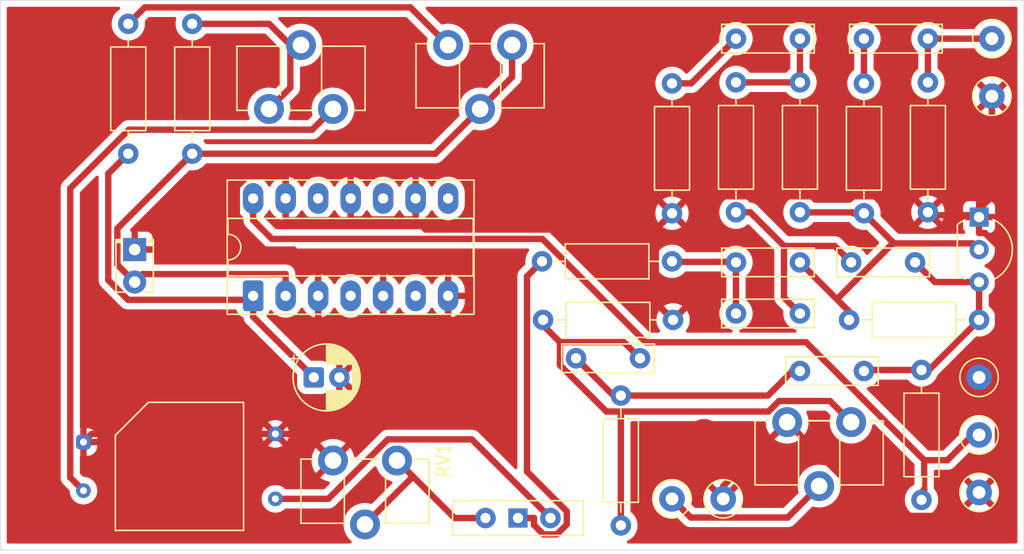
<source format=kicad_pcb>
(kicad_pcb (version 20241229) (generator "pcbnew") (generator_version "9.0")
  (layers (0 "F.Cu" signal) (2 "B.Cu" jumper) (13 "F.Paste" user) (15 "B.Paste" user) (5 "F.SilkS" user "F.Silkscreen") (7 "B.SilkS" user "B.Silkscreen") (1 "F.Mask" user) (3 "B.Mask" user) (25 "Edge.Cuts" user))
  (net 0 "")
  (net 1 "Input guitar")
  (net 2 "Net-(C1-Pad2)")
  (net 3 "Net-(Q1-C)")
  (net 4 "Net-(C2-Pad2)")
  (net 5 "Net-(C3-Pad2)")
  (net 6 "Net-(C3-Pad1)")
  (net 7 "Net-(C4-Pad2)")
  (net 8 "Net-(Q1-B)")
  (net 9 "Net-(C5-Pad2)")
  (net 10 "Net-(C6-Pad1)")
  (net 11 "GND")
  (net 12 "Net-(C7-Pad2)")
  (net 13 "Net-(D1-A)")
  (net 14 "VCC")
  (net 15 "Net-(SW1-B)")
  (net 16 "Net-(R10-Pad1)")
  (net 17 "Net-(R11-Pad1)")
  (net 18 "Net-(SW1-A)")
  (net 19 "Net-(U2-+)")
  (net 20 "Output")
  (net 21 "Net-(SW1-C)")
  (footprint "Potentiometer_THT:Potentiometer_ACP_CA9-H5_Horizontal" (layer "F.Cu") (at 215.5 75 -90)
    (property "Reference" "RV3" (hide yes))
    (property "Value" "25K")
    (pad "1" thru_hole circle (at 0 0 270) (size 2.34 2.34) (drill 1.3) (layers "*.Cu" "*.Mask") (net 13 "Net-(D1-A)"))
    (pad "2" thru_hole circle (at 5 2.5 270) (size 2.34 2.34) (drill 1.3) (layers "*.Cu" "*.Mask") (net 13 "Net-(D1-A)"))
    (pad "3" thru_hole circle (at 0 5 270) (size 2.34 2.34) (drill 1.3) (layers "*.Cu" "*.Mask") (net 17 "Net-(R11-Pad1)"))
  )
  (footprint "Resistor_THT:R_Axial_DIN0207_L6.3mm_D2.5mm_P10.16mm_Horizontal" (layer "F.Cu") (at 248 77.92 -90)
    (property "Reference" "R2" (hide yes))
    (property "Value" "1M")
    (pad "1" thru_hole circle (at 0 0 270) (size 1.6 1.6) (drill 0.8) (layers "*.Cu" "*.Mask") (net 1 "Input guitar"))
    (pad "2" thru_hole circle (at 10.16 0 270) (size 1.6 1.6) (drill 0.8) (layers "*.Cu" "*.Mask") (net 11 "GND"))
  )
  (footprint "Resistor_THT:R_Axial_DIN0207_L6.3mm_D2.5mm_P10.16mm_Horizontal" (layer "F.Cu") (at 228 78 -90)
    (property "Reference" "R8" (hide yes))
    (property "Value" "33K")
    (pad "1" thru_hole circle (at 0 0 270) (size 1.6 1.6) (drill 0.8) (layers "*.Cu" "*.Mask") (net 6 "Net-(C3-Pad1)"))
    (pad "2" thru_hole circle (at 10.16 0 270) (size 1.6 1.6) (drill 0.8) (layers "*.Cu" "*.Mask") (net 11 "GND"))
  )
  (footprint "Package_TO_SOT_THT:TO-92L_Inline_Wide" (layer "F.Cu") (at 252 88.46 -90)
    (property "Reference" "Q1" (hide yes))
    (property "Value" "2N2222")
    (pad "1" thru_hole rect (at 0 0 270) (size 1.5 1.5) (drill 0.8) (layers "*.Cu" "*.Mask") (net 11 "GND"))
    (pad "2" thru_hole circle (at 2.54 0 270) (size 1.5 1.5) (drill 0.8) (layers "*.Cu" "*.Mask") (net 8 "Net-(Q1-B)"))
    (pad "3" thru_hole circle (at 5.08 0 270) (size 1.5 1.5) (drill 0.8) (layers "*.Cu" "*.Mask") (net 3 "Net-(Q1-C)"))
  )
  (footprint "TestPoint:TestPoint_Loop_D2.50mm_Drill1.0mm_LowProfile" (layer "F.Cu") (at 253 79)
    (property "Reference" "H5" (hide yes))
    (property "Value" "GND")
    (pad "1" thru_hole circle (at 0 0) (size 2 2) (drill 1) (layers "*.Cu" "*.Mask") (net 11 "GND"))
  )
  (footprint "TestPoint:TestPoint_Loop_D2.50mm_Drill1.0mm_LowProfile" (layer "F.Cu") (at 252 101)
    (property "Reference" "H7" (hide yes))
    (property "Value" "GND")
    (pad "1" thru_hole circle (at 0 0) (size 2 2) (drill 1) (layers "*.Cu" "*.Mask") (net 11 "GND"))
  )
  (footprint "TestPoint:TestPoint_Loop_D2.50mm_Drill1.0mm_LowProfile" (layer "F.Cu") (at 253 74.5)
    (property "Reference" "H1" (hide yes))
    (property "Value" "Input")
    (pad "1" thru_hole circle (at 0 0) (size 2 2) (drill 1) (layers "*.Cu" "*.Mask") (net 1 "Input guitar"))
  )
  (footprint "Capacitor_THT:C_Rect_L7.0mm_W2.0mm_P5.00mm" (layer "F.Cu") (at 233 74.5)
    (property "Reference" "C3" (hide yes))
    (property "Value" "15n")
    (pad "1" thru_hole circle (at 0 0) (size 1.6 1.6) (drill 0.8) (layers "*.Cu" "*.Mask") (net 6 "Net-(C3-Pad1)"))
    (pad "2" thru_hole circle (at 5 0) (size 1.6 1.6) (drill 0.8) (layers "*.Cu" "*.Mask") (net 5 "Net-(C3-Pad2)"))
  )
  (footprint "Resistor_THT:R_Axial_DIN0207_L6.3mm_D2.5mm_P10.16mm_Horizontal" (layer "F.Cu") (at 238 77.92 -90)
    (property "Reference" "R6" (hide yes))
    (property "Value" "180K")
    (pad "1" thru_hole circle (at 0 0 270) (size 1.6 1.6) (drill 0.8) (layers "*.Cu" "*.Mask") (net 5 "Net-(C3-Pad2)"))
    (pad "2" thru_hole circle (at 10.16 0 270) (size 1.6 1.6) (drill 0.8) (layers "*.Cu" "*.Mask") (net 8 "Net-(Q1-B)"))
  )
  (footprint "OptoDevice:PerkinElmer_VTL5C" (layer "F.Cu") (at 182 106.06)
    (property "Reference" "U2" (hide yes))
    (property "Value" "VTL5C9")
    (pad "1" thru_hole roundrect (at 0 0) (size 1.15 1.15) (drill 0.55) (layers "*.Cu" "*.Mask") (net 11 "GND"))
    (pad "2" thru_hole circle (at 0 3.8) (size 1.15 1.15) (drill 0.55) (layers "*.Cu" "*.Mask") (net 19 "Net-(U2-+)"))
    (pad "3" thru_hole circle (at 15 -0.64) (size 1.15 1.15) (drill 0.55) (layers "*.Cu" "*.Mask") (net 11 "GND"))
    (pad "4" thru_hole circle (at 15 4.44) (size 1.15 1.15) (drill 0.55) (layers "*.Cu" "*.Mask") (net 21 "Net-(SW1-C)"))
  )
  (footprint "Button_Switch_THT:SW_Slide-03_Wuerth-WS-SLTV_10x2.5x6.4_P2.54mm" (layer "F.Cu") (at 215.96 112 180)
    (property "Reference" "SW1" (hide yes))
    (property "Value" "SW_Wuerth_450301014042" (hide yes))
    (pad "1" thru_hole rect (at 0 0 180) (size 1.5 1.5) (drill 0.8) (layers "*.Cu" "*.Mask") (net 15 "Net-(SW1-B)"))
    (pad "2" thru_hole circle (at -2.54 0 180) (size 1.6 1.6) (drill 0.8) (layers "*.Cu" "*.Mask") (net 21 "Net-(SW1-C)"))
    (pad "3" thru_hole circle (at 2.54 0 180) (size 1.6 1.6) (drill 0.8) (layers "*.Cu" "*.Mask") (net 18 "Net-(SW1-A)"))
  )
  (footprint "TestPoint:TestPoint_Loop_D2.50mm_Drill1.0mm_LowProfile" (layer "F.Cu") (at 252 110)
    (property "Reference" "H6" (hide yes))
    (property "Value" "GND")
    (pad "1" thru_hole circle (at 0 0) (size 2 2) (drill 1) (layers "*.Cu" "*.Mask") (net 11 "GND"))
  )
  (footprint "Capacitor_THT:C_Rect_L7.0mm_W2.0mm_P5.00mm" (layer "F.Cu") (at 233 96)
    (property "Reference" "C5" (hide yes))
    (property "Value" "2.2n")
    (pad "1" thru_hole circle (at 0 0) (size 1.6 1.6) (drill 0.8) (layers "*.Cu" "*.Mask") (net 7 "Net-(C4-Pad2)"))
    (pad "2" thru_hole circle (at 5 0) (size 1.6 1.6) (drill 0.8) (layers "*.Cu" "*.Mask") (net 9 "Net-(C5-Pad2)"))
  )
  (footprint "Potentiometer_THT:Potentiometer_ACP_CA9-H5_Horizontal" (layer "F.Cu") (at 242 104.5 -90)
    (property "Reference" "RV4" (hide yes))
    (property "Value" "100K")
    (pad "1" thru_hole circle (at 0 0 270) (size 2.34 2.34) (drill 1.3) (layers "*.Cu" "*.Mask") (net 12 "Net-(C7-Pad2)"))
    (pad "2" thru_hole circle (at 5 2.5 270) (size 2.34 2.34) (drill 1.3) (layers "*.Cu" "*.Mask") (net 20 "Output"))
    (pad "3" thru_hole circle (at 0 5 270) (size 2.34 2.34) (drill 1.3) (layers "*.Cu" "*.Mask") (net 11 "GND"))
  )
  (footprint "Potentiometer_THT:Potentiometer_ACP_CA9-H5_Horizontal" (layer "F.Cu") (at 196.5 80 90)
    (property "Reference" "RV2" (hide yes))
    (property "Value" "10K")
    (pad "1" thru_hole circle (at 0 0 90) (size 2.34 2.34) (drill 1.3) (layers "*.Cu" "*.Mask") (net 16 "Net-(R10-Pad1)"))
    (pad "2" thru_hole circle (at 5 2.5 90) (size 2.34 2.34) (drill 1.3) (layers "*.Cu" "*.Mask") (net 16 "Net-(R10-Pad1)"))
    (pad "3" thru_hole circle (at 0 5 90) (size 2.34 2.34) (drill 1.3) (layers "*.Cu" "*.Mask") (net 19 "Net-(U2-+)"))
  )
  (footprint "Capacitor_THT:C_Rect_L7.0mm_W2.0mm_P5.00mm" (layer "F.Cu") (at 243 100.5 180)
    (property "Reference" "C2" (hide yes))
    (property "Value" "100n")
    (pad "1" thru_hole circle (at 0 0 180) (size 1.6 1.6) (drill 0.8) (layers "*.Cu" "*.Mask") (net 3 "Net-(Q1-C)"))
    (pad "2" thru_hole circle (at 5 0 180) (size 1.6 1.6) (drill 0.8) (layers "*.Cu" "*.Mask") (net 4 "Net-(C2-Pad2)"))
  )
  (footprint "Resistor_THT:R_Axial_DIN0207_L6.3mm_D2.5mm_P10.16mm_Horizontal" (layer "F.Cu") (at 185.5 73.34 -90)
    (property "Reference" "R11" (hide yes))
    (property "Value" "1K")
    (pad "1" thru_hole circle (at 0 0 270) (size 1.6 1.6) (drill 0.8) (layers "*.Cu" "*.Mask") (net 17 "Net-(R11-Pad1)"))
    (pad "2" thru_hole circle (at 10.16 0 270) (size 1.6 1.6) (drill 0.8) (layers "*.Cu" "*.Mask") (net 10 "Net-(C6-Pad1)"))
  )
  (footprint "TestPoint:TestPoint_Loop_D2.50mm_Drill1.0mm_LowProfile" (layer "F.Cu") (at 228 110.5)
    (property "Reference" "H2" (hide yes))
    (property "Value" "Output")
    (pad "1" thru_hole circle (at 0 0) (size 2 2) (drill 1) (layers "*.Cu" "*.Mask") (net 20 "Output"))
  )
  (footprint "Resistor_THT:R_Axial_DIN0207_L6.3mm_D2.5mm_P10.16mm_Horizontal" (layer "F.Cu") (at 247.5 110.58 90)
    (property "Reference" "R4" (hide yes))
    (property "Value" "10K")
    (pad "1" thru_hole circle (at 0 0 90) (size 1.6 1.6) (drill 0.8) (layers "*.Cu" "*.Mask") (net 14 "VCC"))
    (pad "2" thru_hole circle (at 10.16 0 90) (size 1.6 1.6) (drill 0.8) (layers "*.Cu" "*.Mask") (net 3 "Net-(Q1-C)"))
  )
  (footprint "Resistor_THT:R_Axial_DIN0207_L6.3mm_D2.5mm_P10.16mm_Horizontal" (layer "F.Cu") (at 190.5 73.34 -90)
    (property "Reference" "R10" (hide yes))
    (property "Value" "2.2K")
    (pad "1" thru_hole circle (at 0 0 270) (size 1.6 1.6) (drill 0.8) (layers "*.Cu" "*.Mask") (net 16 "Net-(R10-Pad1)"))
    (pad "2" thru_hole circle (at 10.16 0 270) (size 1.6 1.6) (drill 0.8) (layers "*.Cu" "*.Mask") (net 13 "Net-(D1-A)"))
  )
  (footprint "Capacitor_THT:C_Rect_L7.0mm_W2.0mm_P5.00mm" (layer "F.Cu") (at 242 92)
    (property "Reference" "C8" (hide yes))
    (property "Value" "100n")
    (pad "1" thru_hole circle (at 0 0) (size 1.6 1.6) (drill 0.8) (layers "*.Cu" "*.Mask") (net 9 "Net-(C5-Pad2)"))
    (pad "2" thru_hole circle (at 5 0) (size 1.6 1.6) (drill 0.8) (layers "*.Cu" "*.Mask") (net 3 "Net-(Q1-C)"))
  )
  (footprint "Capacitor_THT:C_Rect_L7.0mm_W2.0mm_P5.00mm" (layer "F.Cu") (at 220.5 99.5)
    (property "Reference" "C7" (hide yes))
    (property "Value" "2.2n")
    (pad "1" thru_hole circle (at 0 0) (size 1.6 1.6) (drill 0.8) (layers "*.Cu" "*.Mask") (net 4 "Net-(C2-Pad2)"))
    (pad "2" thru_hole circle (at 5 0) (size 1.6 1.6) (drill 0.8) (layers "*.Cu" "*.Mask") (net 12 "Net-(C7-Pad2)"))
  )
  (footprint "Resistor_THT:R_Axial_DIN0207_L6.3mm_D2.5mm_P10.16mm_Horizontal" (layer "F.Cu") (at 233 88.08 90)
    (property "Reference" "R7" (hide yes))
    (property "Value" "180K")
    (pad "1" thru_hole circle (at 0 0 90) (size 1.6 1.6) (drill 0.8) (layers "*.Cu" "*.Mask") (net 9 "Net-(C5-Pad2)"))
    (pad "2" thru_hole circle (at 10.16 0 90) (size 1.6 1.6) (drill 0.8) (layers "*.Cu" "*.Mask") (net 5 "Net-(C3-Pad2)"))
  )
  (footprint "TestPoint:TestPoint_Loop_D2.50mm_Drill1.0mm_LowProfile" (layer "F.Cu") (at 232 110.5)
    (property "Reference" "H4" (hide yes))
    (property "Value" "GND")
    (pad "1" thru_hole circle (at 0 0) (size 2 2) (drill 1) (layers "*.Cu" "*.Mask") (net 11 "GND"))
  )
  (footprint "Resistor_THT:R_Axial_DIN0207_L6.3mm_D2.5mm_P10.16mm_Horizontal" (layer "F.Cu") (at 252 96.5 180)
    (property "Reference" "R3" (hide yes))
    (property "Value" "5.7M")
    (pad "1" thru_hole circle (at 0 0 180) (size 1.6 1.6) (drill 0.8) (layers "*.Cu" "*.Mask") (net 3 "Net-(Q1-C)"))
    (pad "2" thru_hole circle (at 10.16 0 180) (size 1.6 1.6) (drill 0.8) (layers "*.Cu" "*.Mask") (net 8 "Net-(Q1-B)"))
  )
  (footprint "LED_THT:LED_D2.0mm_W4.0mm_H2.8mm_FlatTop" (layer "F.Cu") (at 186 91 -90)
    (property "Reference" "D1" (hide yes))
    (property "Value" "LED")
    (pad "1" thru_hole rect (at 0 0 270) (size 1.8 1.8) (drill 0.9) (layers "*.Cu" "*.Mask") (net 11 "GND"))
    (pad "2" thru_hole circle (at 2.54 0 270) (size 1.8 1.8) (drill 0.9) (layers "*.Cu" "*.Mask") (net 13 "Net-(D1-A)"))
  )
  (footprint "Capacitor_THT:C_Rect_L7.0mm_W2.0mm_P5.00mm" (layer "F.Cu") (at 248 74.5 180)
    (property "Reference" "C1" (hide yes))
    (property "Value" "100n")
    (pad "1" thru_hole circle (at 0 0 180) (size 1.6 1.6) (drill 0.8) (layers "*.Cu" "*.Mask") (net 1 "Input guitar"))
    (pad "2" thru_hole circle (at 5 0 180) (size 1.6 1.6) (drill 0.8) (layers "*.Cu" "*.Mask") (net 2 "Net-(C1-Pad2)"))
  )
  (footprint "Potentiometer_THT:Potentiometer_ACP_CA9-H5_Horizontal" (layer "F.Cu") (at 206.5 107.5 -90)
    (property "Reference" "RV1" (at 0 -3.65 90) (layer "F.SilkS"))
    (property "Value" "100K")
    (pad "1" thru_hole circle (at 0 0 270) (size 2.34 2.34) (drill 1.3) (layers "*.Cu" "*.Mask") (net 18 "Net-(SW1-A)"))
    (pad "2" thru_hole circle (at 5 2.5 270) (size 2.34 2.34) (drill 1.3) (layers "*.Cu" "*.Mask") (net 18 "Net-(SW1-A)"))
    (pad "3" thru_hole circle (at 0 5 270) (size 2.34 2.34) (drill 1.3) (layers "*.Cu" "*.Mask") (net 11 "GND"))
  )
  (footprint "Resistor_THT:R_Axial_DIN0207_L6.3mm_D2.5mm_P10.16mm_Horizontal" (layer "F.Cu") (at 217.92 96.5)
    (property "Reference" "R5" (hide yes))
    (property "Value" "47K")
    (pad "1" thru_hole circle (at 0 0) (size 1.6 1.6) (drill 0.8) (layers "*.Cu" "*.Mask") (net 12 "Net-(C7-Pad2)"))
    (pad "2" thru_hole circle (at 10.16 0) (size 1.6 1.6) (drill 0.8) (layers "*.Cu" "*.Mask") (net 11 "GND"))
  )
  (footprint "Capacitor_THT:CP_Radial_D5.0mm_P2.00mm" (layer "F.Cu") (at 200 101)
    (property "Reference" "C6" (hide yes))
    (property "Value" "68u")
    (pad "1" thru_hole roundrect (at 0 0) (size 1.6 1.6) (drill 0.8) (layers "*.Cu" "*.Mask") (roundrect_rratio 0.15625) (net 10 "Net-(C6-Pad1)"))
    (pad "2" thru_hole circle (at 2 0) (size 1.6 1.6) (drill 0.8) (layers "*.Cu" "*.Mask") (net 11 "GND"))
  )
  (footprint "Capacitor_THT:C_Rect_L7.0mm_W2.0mm_P5.00mm" (layer "F.Cu") (at 238 92 180)
    (property "Reference" "C4" (hide yes))
    (property "Value" "2.2n")
    (pad "1" thru_hole circle (at 0 0 180) (size 1.6 1.6) (drill 0.8) (layers "*.Cu" "*.Mask") (net 8 "Net-(Q1-B)"))
    (pad "2" thru_hole circle (at 5 0 180) (size 1.6 1.6) (drill 0.8) (layers "*.Cu" "*.Mask") (net 7 "Net-(C4-Pad2)"))
  )
  (footprint "TestPoint:TestPoint_Loop_D2.50mm_Drill1.0mm_LowProfile" (layer "F.Cu") (at 252 105.5)
    (property "Reference" "H3" (hide yes))
    (property "Value" "VCC")
    (pad "1" thru_hole circle (at 0 0) (size 2 2) (drill 1) (layers "*.Cu" "*.Mask") (net 14 "VCC"))
  )
  (footprint "Resistor_THT:R_Axial_DIN0207_L6.3mm_D2.5mm_P10.16mm_Horizontal" (layer "F.Cu") (at 224 112.58 90)
    (property "Reference" "R12" (hide yes))
    (property "Value" "100K")
    (pad "1" thru_hole circle (at 0 0 90) (size 1.6 1.6) (drill 0.8) (layers "*.Cu" "*.Mask") (net 12 "Net-(C7-Pad2)"))
    (pad "2" thru_hole circle (at 10.16 0 90) (size 1.6 1.6) (drill 0.8) (layers "*.Cu" "*.Mask") (net 4 "Net-(C2-Pad2)"))
  )
  (footprint "Resistor_THT:R_Axial_DIN0207_L6.3mm_D2.5mm_P10.16mm_Horizontal" (layer "F.Cu") (at 228 91.92 180)
    (property "Reference" "R9" (hide yes))
    (property "Value" "33K")
    (pad "1" thru_hole circle (at 0 0 180) (size 1.6 1.6) (drill 0.8) (layers "*.Cu" "*.Mask") (net 7 "Net-(C4-Pad2)"))
    (pad "2" thru_hole circle (at 10.16 0 180) (size 1.6 1.6) (drill 0.8) (layers "*.Cu" "*.Mask") (net 15 "Net-(SW1-B)"))
  )
  (footprint "Resistor_THT:R_Axial_DIN0207_L6.3mm_D2.5mm_P10.16mm_Horizontal" (layer "F.Cu") (at 243 88.16 90)
    (property "Reference" "R1" (hide yes))
    (property "Value" "330K")
    (pad "1" thru_hole circle (at 0 0 90) (size 1.6 1.6) (drill 0.8) (layers "*.Cu" "*.Mask") (net 8 "Net-(Q1-B)"))
    (pad "2" thru_hole circle (at 10.16 0 90) (size 1.6 1.6) (drill 0.8) (layers "*.Cu" "*.Mask") (net 2 "Net-(C1-Pad2)"))
  )
  (footprint "Package_DIP:CERDIP-14_W7.62mm_SideBrazed_LongPads_Socket" (layer "F.Cu") (at 195.26 94.62 90)
    (property "Reference" "U1" (hide yes))
    (property "Value" "40106")
    (pad "1" thru_hole roundrect (at 0 0 90) (size 2.4 1.6) (drill 0.8) (layers "*.Cu" "*.Mask") (roundrect_rratio 0.15625) (net 10 "Net-(C6-Pad1)"))
    (pad "2" thru_hole oval (at 0 2.54 90) (size 2.4 1.6) (drill 0.8) (layers "*.Cu" "*.Mask") (net 13 "Net-(D1-A)"))
    (pad "3" thru_hole oval (at 0 5.08 90) (size 2.4 1.6) (drill 0.8) (layers "*.Cu" "*.Mask") (net 11 "GND"))
    (pad "4" thru_hole oval (at 0 7.62 90) (size 2.4 1.6) (drill 0.8) (layers "*.Cu" "*.Mask"))
    (pad "5" thru_hole oval (at 0 10.16 90) (size 2.4 1.6) (drill 0.8) (layers "*.Cu" "*.Mask") (net 11 "GND"))
    (pad "6" thru_hole oval (at 0 12.7 90) (size 2.4 1.6) (drill 0.8) (layers "*.Cu" "*.Mask"))
    (pad "7" thru_hole oval (at 0 15.24 90) (size 2.4 1.6) (drill 0.8) (layers "*.Cu" "*.Mask") (net 11 "GND"))
    (pad "8" thru_hole oval (at 7.62 15.24 90) (size 2.4 1.6) (drill 0.8) (layers "*.Cu" "*.Mask"))
    (pad "9" thru_hole oval (at 7.62 12.7 90) (size 2.4 1.6) (drill 0.8) (layers "*.Cu" "*.Mask") (net 11 "GND"))
    (pad "10" thru_hole oval (at 7.62 10.16 90) (size 2.4 1.6) (drill 0.8) (layers "*.Cu" "*.Mask"))
    (pad "11" thru_hole oval (at 7.62 7.62 90) (size 2.4 1.6) (drill 0.8) (layers "*.Cu" "*.Mask") (net 11 "GND"))
    (pad "12" thru_hole oval (at 7.62 5.08 90) (size 2.4 1.6) (drill 0.8) (layers "*.Cu" "*.Mask"))
    (pad "13" thru_hole oval (at 7.62 2.54 90) (size 2.4 1.6) (drill 0.8) (layers "*.Cu" "*.Mask") (net 11 "GND"))
    (pad "14" thru_hole oval (at 7.62 0 90) (size 2.4 1.6) (drill 0.8) (layers "*.Cu" "*.Mask") (net 14 "VCC"))
  )
  (gr_circle (center 230.5 105.5) (end 229.5 105.5) (stroke (width 0.5)) (fill no) (layer "F.Cu") (net 11))
  (gr_rect (start 175.5 71.5) (end 255.5 114.5) (stroke (width 0.05)) (fill no) (layer "Edge.Cuts"))
  (segment (start 247.83 77.75) (end 248 77.92) (width 0.5) (layer "F.Cu") (net 1))
  (segment (start 248 74.5) (end 248 77.5) (width 0.5) (layer "F.Cu") (net 1))
  (segment (start 247.75 77.75) (end 247.5 78) (width 0.5) (layer "F.Cu") (net 1))
  (segment (start 247.75 77.75) (end 247.83 77.75) (width 0.5) (layer "F.Cu") (net 1))
  (segment (start 248 77.5) (end 247.75 77.75) (width 0.5) (layer "F.Cu") (net 1))
  (segment (start 248 74.5) (end 253 74.5) (width 0.5) (layer "F.Cu") (net 1))
  (segment (start 243 74.5) (end 243 78) (width 0.5) (layer "F.Cu") (net 2))
  (segment (start 248.54 93.54) (end 252 93.54) (width 0.5) (layer "F.Cu") (net 3))
  (segment (start 252 96.5) (end 252 93.54) (width 0.5) (layer "F.Cu") (net 3))
  (segment (start 252.08 96.58) (end 252 96.5) (width 0.2) (layer "F.Cu") (net 3))
  (segment (start 252 96.5) (end 248.08 100.42) (width 0.5) (layer "F.Cu") (net 3))
  (segment (start 248.08 100.42) (end 247.5 100.42) (width 0.5) (layer "F.Cu") (net 3))
  (segment (start 243.08 100.42) (end 243 100.5) (width 0.5) (layer "F.Cu") (net 3))
  (segment (start 247 92) (end 248.54 93.54) (width 0.5) (layer "F.Cu") (net 3))
  (segment (start 247.5 100.42) (end 243.08 100.42) (width 0.5) (layer "F.Cu") (net 3))
  (segment (start 237.5 100.5) (end 237.46 100.46) (width 0.5) (layer "F.Cu") (net 4))
  (segment (start 235.5 102.42) (end 224 102.42) (width 0.5) (layer "F.Cu") (net 4))
  (segment (start 237.46 100.46) (end 235.5 102.42) (width 0.5) (layer "F.Cu") (net 4))
  (segment (start 237.46 100.46) (end 237.42 100.42) (width 0.5) (layer "F.Cu") (net 4))
  (segment (start 223.42 102.42) (end 220.5 99.5) (width 0.5) (layer "F.Cu") (net 4))
  (segment (start 224 102.42) (end 223.42 102.42) (width 0.5) (layer "F.Cu") (net 4))
  (segment (start 238 100.5) (end 237.5 100.5) (width 0.5) (layer "F.Cu") (net 4))
  (segment (start 233 77.92) (end 238 77.92) (width 0.5) (layer "F.Cu") (net 5))
  (segment (start 238 74.5) (end 238 77.92) (width 0.5) (layer "F.Cu") (net 5))
  (segment (start 229.5 78) (end 228 78) (width 0.5) (layer "F.Cu") (net 6))
  (segment (start 233 74.5) (end 229.5 78) (width 0.5) (layer "F.Cu") (net 6))
  (segment (start 233 92) (end 232.75 92) (width 0.5) (layer "F.Cu") (net 7))
  (segment (start 233 92.25) (end 233 96) (width 0.5) (layer "F.Cu") (net 7))
  (segment (start 228.04 91.96) (end 228 91.92) (width 0.5) (layer "F.Cu") (net 7))
  (segment (start 232.75 92) (end 233 92.25) (width 0.5) (layer "F.Cu") (net 7))
  (segment (start 232.5 92) (end 232.46 91.96) (width 0.5) (layer "F.Cu") (net 7))
  (segment (start 232.46 91.96) (end 228.04 91.96) (width 0.5) (layer "F.Cu") (net 7))
  (segment (start 232.46 91.96) (end 232.42 91.92) (width 0.5) (layer "F.Cu") (net 7))
  (segment (start 232.75 92) (end 232.5 92) (width 0.5) (layer "F.Cu") (net 7))
  (segment (start 251.5178 90.5178) (end 252 91) (width 0.5) (layer "F.Cu") (net 8))
  (segment (start 242.09 88.09) (end 242.08 88.08) (width 0.5) (layer "F.Cu") (net 8))
  (segment (start 245.2502 90.4102) (end 243 88.16) (width 0.5) (layer "F.Cu") (net 8))
  (segment (start 242.16 88.16) (end 242.09 88.09) (width 0.5) (layer "F.Cu") (net 8))
  (segment (start 245.2502 90.5178) (end 245.2502 90.4102) (width 0.5) (layer "F.Cu") (net 8))
  (segment (start 238 92) (end 240.884 94.884) (width 0.5) (layer "F.Cu") (net 8))
  (segment (start 240.884 94.884) (end 241.84 95.84) (width 0.5) (layer "F.Cu") (net 8))
  (segment (start 240.884 94.884) (end 245.2502 90.5178) (width 0.5) (layer "F.Cu") (net 8))
  (segment (start 243 88.16) (end 242.16 88.16) (width 0.5) (layer "F.Cu") (net 8))
  (segment (start 238.01 88.09) (end 238 88.08) (width 0.5) (layer "F.Cu") (net 8))
  (segment (start 241.84 95.84) (end 241.84 96.5) (width 0.5) (layer "F.Cu") (net 8))
  (segment (start 242.09 88.09) (end 238.01 88.09) (width 0.5) (layer "F.Cu") (net 8))
  (segment (start 245.2502 90.5178) (end 251.5178 90.5178) (width 0.5) (layer "F.Cu") (net 8))
  (segment (start 234.1161 88.08) (end 233 88.08) (width 0.5) (layer "F.Cu") (net 9))
  (segment (start 236.7498 94.7498) (end 236.7498 90.7137) (width 0.5) (layer "F.Cu") (net 9))
  (segment (start 240.7137 90.7137) (end 242 92) (width 0.5) (layer "F.Cu") (net 9))
  (segment (start 236.7498 90.7137) (end 234.1161 88.08) (width 0.5) (layer "F.Cu") (net 9))
  (segment (start 238 96) (end 236.7498 94.7498) (width 0.5) (layer "F.Cu") (net 9))
  (segment (start 236.7498 90.7137) (end 240.7137 90.7137) (width 0.5) (layer "F.Cu") (net 9))
  (segment (start 183.9396 93.3949) (end 183.9396 85.0604) (width 0.5) (layer "F.Cu") (net 10))
  (segment (start 183.9396 85.0604) (end 185.5 83.5) (width 0.5) (layer "F.Cu") (net 10))
  (segment (start 185.4722 94.9275) (end 183.9396 93.3949) (width 0.5) (layer "F.Cu") (net 10))
  (segment (start 195.26 94.9275) (end 195.26 96.26) (width 0.5) (layer "F.Cu") (net 10))
  (segment (start 195.26 94.62) (end 195.26 94.9275) (width 0.5) (layer "F.Cu") (net 10))
  (segment (start 195.26 94.9275) (end 185.4722 94.9275) (width 0.5) (layer "F.Cu") (net 10))
  (segment (start 195.26 96.26) (end 200 101) (width 0.5) (layer "F.Cu") (net 10))
  (segment (start 250.1616 111.8384) (end 244.3384 111.8384) (width 0.5) (layer "F.Cu") (net 11))
  (segment (start 197 105.42) (end 182.64 105.42) (width 0.5) (layer "F.Cu") (net 11))
  (segment (start 248.38 88.46) (end 248 88.08) (width 0.2) (layer "F.Cu") (net 11))
  (segment (start 253 86.86) (end 251.7 88.16) (width 0.5) (layer "F.Cu") (net 11))
  (segment (start 210.5 94.62) (end 210.5 96.32) (width 0.5) (layer "F.Cu") (net 11))
  (segment (start 253.48 101) (end 252 101) (width 0.5) (layer "F.Cu") (net 11))
  (segment (start 202.88 88.65) (end 202.83 88.7) (width 0.5) (layer "F.Cu") (net 11))
  (segment (start 252.4688 89.71) (end 253.48 90.7212) (width 0.5) (layer "F.Cu") (net 11))
  (segment (start 253.48 90.7212) (end 253.48 101) (width 0.5) (layer "F.Cu") (net 11))
  (segment (start 205.42 96.32) (end 203.66 96.32) (width 0.5) (layer "F.Cu") (net 11))
  (segment (start 232 109.5) (end 232 110.5) (width 0.5) (layer "F.Cu") (net 11))
  (segment (start 202.88 88.65) (end 202.8802 88.6502) (width 0.5) (layer "F.Cu") (net 11))
  (segment (start 199.42 105.42) (end 201.5 107.5) (width 0.5) (layer "F.Cu") (net 11))
  (segment (start 197.8 87) (end 197.8 88.7) (width 0.5) (layer "F.Cu") (net 11))
  (segment (start 193.9819 91) (end 193.9819 86.087) (width 0.5) (layer "F.Cu") (net 11))
  (segment (start 202.88 87) (end 202.88 88.5) (width 0.5) (layer "F.Cu") (net 11))
  (segment (start 248 88.08) (end 246.7498 86.8298) (width 0.5) (layer "F.Cu") (net 11))
  (segment (start 210.5 96.32) (end 205.42 96.32) (width 0.5) (layer "F.Cu") (net 11))
  (segment (start 253.48 108.52) (end 252 110) (width 0.5) (layer "F.Cu") (net 11))
  (segment (start 200.34 94.62) (end 200.34 92.92) (width 0.5) (layer "F.Cu") (net 11))
  (segment (start 226.7305 95.1505) (end 228.08 96.5) (width 0.5) (layer "F.Cu") (net 11))
  (segment (start 202.8802 88.6502) (end 207.96 88.6502) (width 0.5) (layer "F.Cu") (net 11))
  (segment (start 229.3302 86.8298) (end 228 88.16) (width 0.5) (layer "F.Cu") (net 11))
  (segment (start 252 88.46) (end 252 89.71) (width 0.5) (layer "F.Cu") (net 11))
  (segment (start 251.7 88.16) (end 251.85 88.31) (width 0.5) (layer "F.Cu") (net 11))
  (segment (start 253.48 101) (end 253.48 108.52) (width 0.5) (layer "F.Cu") (net 11))
  (segment (start 193.9819 86.087) (end 194.7689 85.3) (width 0.5) (layer "F.Cu") (net 11))
  (segment (start 202.83 88.7) (end 197.8 88.7) (width 0.5) (layer "F.Cu") (net 11))
  (segment (start 187.4 91) (end 193.9819 91) (width 0.5) (layer "F.Cu") (net 11))
  (segment (start 226.7305 89.4295) (end 208.7393 89.4295) (width 0.5) (layer "F.Cu") (net 11))
  (segment (start 251.85 88.31) (end 248.53 88.31) (width 0.5) (layer "F.Cu") (net 11))
  (segment (start 228 88.16) (end 226.7305 89.4295) (width 0.5) (layer "F.Cu") (net 11))
  (segment (start 253 79) (end 253 86.86) (width 0.5) (layer "F.Cu") (net 11))
  (segment (start 200.34 94.62) (end 200.34 96.32) (width 0.5) (layer "F.Cu") (net 11))
  (segment (start 200.34 96.32) (end 202 97.98) (width 0.5) (layer "F.Cu") (net 11))
  (segment (start 198.42 91) (end 200.34 92.92) (width 0.5) (layer "F.Cu") (net 11))
  (segment (start 186 91) (end 187.4 91) (width 0.5) (layer "F.Cu") (net 11))
  (segment (start 202.88 88.5) (end 202.88 88.65) (width 0.5) (layer "F.Cu") (net 11))
  (segment (start 193.9819 91) (end 198.42 91) (width 0.5) (layer "F.Cu") (net 11))
  (segment (start 205.42 94.62) (end 205.42 96.32) (width 0.5) (layer "F.Cu") (net 11))
  (segment (start 248.53 88.31) (end 248.38 88.46) (width 0.5) (layer "F.Cu") (net 11))
  (segment (start 252 89.71) (end 252.4688 89.71) (width 0.5) (layer "F.Cu") (net 11))
  (segment (start 202 97.98) (end 202 101) (width 0.5) (layer "F.Cu") (net 11))
  (segment (start 246.7498 86.8298) (end 229.3302 86.8298) (width 0.5) (layer "F.Cu") (net 11))
  (segment (start 226.7305 89.4295) (end 226.7305 95.1505) (width 0.5) (layer "F.Cu") (net 11))
  (segment (start 202 101) (end 202 102.84) (width 0.5) (layer "F.Cu") (net 11))
  (segment (start 202 102.84) (end 199.42 105.42) (width 0.5) (layer "F.Cu") (net 11))
  (segment (start 252 110) (end 250.1616 111.8384) (width 0.5) (layer "F.Cu") (net 11))
  (segment (start 232 109.5) (end 237 104.5) (width 0.5) (layer "F.Cu") (net 11))
  (segment (start 208.7393 89.4295) (end 207.96 88.6502) (width 0.5) (layer "F.Cu") (net 11))
  (segment (start 197 105.42) (end 199.42 105.42) (width 0.5) (layer "F.Cu") (net 11))
  (segment (start 194.7689 85.3) (end 197.8 85.3) (width 0.5) (layer "F.Cu") (net 11))
  (segment (start 244.3384 111.8384) (end 237 104.5) (width 0.5) (layer "F.Cu") (net 11))
  (segment (start 207.96 87) (end 207.96 88.6502) (width 0.5) (layer "F.Cu") (net 11))
  (segment (start 197.8 87) (end 197.8 85.3) (width 0.5) (layer "F.Cu") (net 11))
  (segment (start 203.66 96.32) (end 202 97.98) (width 0.5) (layer "F.Cu") (net 11))
  (segment (start 182.64 105.42) (end 182 106.06) (width 0.5) (layer "F.Cu") (net 11))
  (segment (start 251.85 88.31) (end 252 88.46) (width 0.5) (layer "F.Cu") (net 11))
  (segment (start 225.5 99.5) (end 224.239 98.239) (width 0.5) (layer "F.Cu") (net 12))
  (segment (start 242 104.5) (end 240.3445 102.8445) (width 0.5) (layer "F.Cu") (net 12))
  (segment (start 240.3445 102.8445) (end 236.3642 102.8445) (width 0.5) (layer "F.Cu") (net 12))
  (segment (start 235.5385 103.6702) (end 224 103.6702) (width 0.5) (layer "F.Cu") (net 12))
  (segment (start 222.8753 103.6702) (end 219.2408 100.0357) (width 0.5) (layer "F.Cu") (net 12))
  (segment (start 224 103.6702) (end 222.8753 103.6702) (width 0.5) (layer "F.Cu") (net 12))
  (segment (start 224 103.6702) (end 224 112.58) (width 0.5) (layer "F.Cu") (net 12))
  (segment (start 219.2408 100.0357) (end 219.2408 98.239) (width 0.5) (layer "F.Cu") (net 12))
  (segment (start 236.3642 102.8445) (end 235.5385 103.6702) (width 0.5) (layer "F.Cu") (net 12))
  (segment (start 224.239 98.239) (end 219.2408 98.239) (width 0.5) (layer "F.Cu") (net 12))
  (segment (start 219.2408 98.239) (end 217.92 96.9182) (width 0.5) (layer "F.Cu") (net 12))
  (segment (start 217.92 96.9182) (end 217.92 96.5) (width 0.5) (layer "F.Cu") (net 12))
  (segment (start 190.5 83.5) (end 209.5 83.5) (width 0.5) (layer "F.Cu") (net 13))
  (segment (start 184.6499 89.3501) (end 190.5 83.5) (width 0.5) (layer "F.Cu") (net 13))
  (segment (start 209.5 83.5) (end 213 80) (width 0.5) (layer "F.Cu") (net 13))
  (segment (start 197.8 92.92) (end 186.62 92.92) (width 0.5) (layer "F.Cu") (net 13))
  (segment (start 186 93.54) (end 184.6499 92.1899) (width 0.5) (layer "F.Cu") (net 13))
  (segment (start 213 80) (end 215.5 77.5) (width 0.5) (layer "F.Cu") (net 13))
  (segment (start 215.5 77.5) (end 215.5 75) (width 0.5) (layer "F.Cu") (net 13))
  (segment (start 186.62 92.92) (end 186 93.54) (width 0.5) (layer "F.Cu") (net 13))
  (segment (start 184.6499 92.1899) (end 184.6499 89.3501) (width 0.5) (layer "F.Cu") (net 13))
  (segment (start 197.8 94.62) (end 197.8 92.92) (width 0.5) (layer "F.Cu") (net 13))
  (segment (start 238.4818 98.2498) (end 225.9488 98.2498) (width 0.5) (layer "F.Cu") (net 14))
  (segment (start 247.708 107.476) (end 247.708 109.792) (width 0.5) (layer "F.Cu") (net 14))
  (segment (start 252 105.5) (end 251.5 105.5) (width 0.5) (layer "F.Cu") (net 14))
  (segment (start 247.5 110) (end 247.5 110.58) (width 0.5) (layer "F.Cu") (net 14))
  (segment (start 217.8615 90.1625) (end 196.7225 90.1625) (width 0.5) (layer "F.Cu") (net 14))
  (segment (start 196.7225 90.1625) (end 195.26 88.7) (width 0.5) (layer "F.Cu") (net 14))
  (segment (start 195.26 87) (end 195.26 88.7) (width 0.5) (layer "F.Cu") (net 14))
  (segment (start 251.5 105.5) (end 249.524 107.476) (width 0.5) (layer "F.Cu") (net 14))
  (segment (start 247.708 109.792) (end 247.5 110) (width 0.5) (layer "F.Cu") (net 14))
  (segment (start 247.708 107.476) (end 238.4818 98.2498) (width 0.5) (layer "F.Cu") (net 14))
  (segment (start 225.9488 98.2498) (end 217.8615 90.1625) (width 0.5) (layer "F.Cu") (net 14))
  (segment (start 249.524 107.476) (end 247.708 107.476) (width 0.5) (layer "F.Cu") (net 14))
  (segment (start 219.7756 111.4755) (end 219.7756 112.5015) (width 0.5) (layer "F.Cu") (net 15))
  (segment (start 217.9397 113.2766) (end 217.21 112.5469) (width 0.5) (layer "F.Cu") (net 15))
  (segment (start 216.6643 108.3642) (end 219.7756 111.4755) (width 0.5) (layer "F.Cu") (net 15))
  (segment (start 217.21 112.5469) (end 217.21 112) (width 0.5) (layer "F.Cu") (net 15))
  (segment (start 217.84 91.92) (end 216.6643 93.0957) (width 0.5) (layer "F.Cu") (net 15))
  (segment (start 216.6643 93.0957) (end 216.6643 108.3642) (width 0.5) (layer "F.Cu") (net 15))
  (segment (start 219.0005 113.2766) (end 217.9397 113.2766) (width 0.5) (layer "F.Cu") (net 15))
  (segment (start 215.96 112) (end 217.21 112) (width 0.5) (layer "F.Cu") (net 15))
  (segment (start 219.7756 112.5015) (end 219.0005 113.2766) (width 0.5) (layer "F.Cu") (net 15))
  (segment (start 198.17 75) (end 199 75) (width 0.5) (layer "F.Cu") (net 16))
  (segment (start 198.17 78.33) (end 196.5 80) (width 0.5) (layer "F.Cu") (net 16))
  (segment (start 198.17 75) (end 198.17 78.33) (width 0.5) (layer "F.Cu") (net 16))
  (segment (start 196.51 73.34) (end 198.17 75) (width 0.5) (layer "F.Cu") (net 16))
  (segment (start 190.5 73.34) (end 196.51 73.34) (width 0.5) (layer "F.Cu") (net 16))
  (segment (start 185.5 73.34) (end 186.7877 72.0523) (width 0.5) (layer "F.Cu") (net 17))
  (segment (start 186.7877 72.0523) (end 207.5523 72.0523) (width 0.5) (layer "F.Cu") (net 17))
  (segment (start 207.5523 72.0523) (end 210.5 75) (width 0.5) (layer "F.Cu") (net 17))
  (segment (start 207.75 108.75) (end 206.5 107.5) (width 0.5) (layer "F.Cu") (net 18))
  (segment (start 211 112) (end 207.75 108.75) (width 0.5) (layer "F.Cu") (net 18))
  (segment (start 204 112.5) (end 207.75 108.75) (width 0.5) (layer "F.Cu") (net 18))
  (segment (start 213.42 112) (end 211 112) (width 0.5) (layer "F.Cu") (net 18))
  (segment (start 199.8798 81.6202) (end 201.5 80) (width 0.5) (layer "F.Cu") (net 19))
  (segment (start 182 109.86) (end 180.9672 108.8272) (width 0.5) (layer "F.Cu") (net 19))
  (segment (start 180.9672 108.8272) (end 180.9672 86.2054) (width 0.5) (layer "F.Cu") (net 19))
  (segment (start 180.9672 86.2054) (end 185.5524 81.6202) (width 0.5) (layer "F.Cu") (net 19))
  (segment (start 185.5524 81.6202) (end 199.8798 81.6202) (width 0.5) (layer "F.Cu") (net 19))
  (segment (start 237.0388 111.9612) (end 229.4612 111.9612) (width 0.5) (layer "F.Cu") (net 20))
  (segment (start 239.5 109.5) (end 237.0388 111.9612) (width 0.5) (layer "F.Cu") (net 20))
  (segment (start 229.4612 111.9612) (end 228 110.5) (width 0.5) (layer "F.Cu") (net 20))
  (segment (start 205.7871 105.8473) (end 201.1344 110.5) (width 0.5) (layer "F.Cu") (net 21))
  (segment (start 212.3473 105.8473) (end 205.7871 105.8473) (width 0.5) (layer "F.Cu") (net 21))
  (segment (start 218.5 112) (end 212.3473 105.8473) (width 0.5) (layer "F.Cu") (net 21))
  (segment (start 201.1344 110.5) (end 197 110.5) (width 0.5) (layer "F.Cu") (net 21))
  (zone (net 11) (net_name "GND") (layer "F.Cu") (connect_pads (clearance 0.5)) (min_thickness 0.25) (fill yes (thermal_gap 0.5) (thermal_bridge_width 0.5))
    (polygon (pts (xy 255.5 71.5) (xy 175.5 71.5) (xy 175.5 114.5) (xy 255.5 114.5)))
  )
)
</source>
